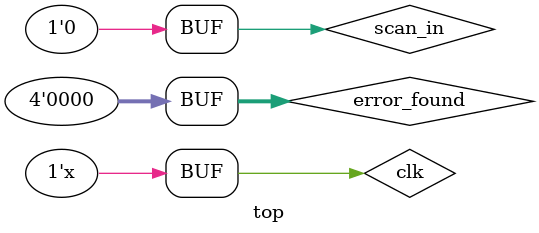
<source format=sv>

module top;
  parameter simulation_cycle = 100;
  bit  scan_in = 0;
  logic scan_out ;
   bit [0:3] error_found = 0; 
  bit clk;
  always #(simulation_cycle/2) 
    clk = ~clk;

  calc2_if calc(clk); // CALC interafce
  calc2_test   t1(calc);  // Testbench program
 // calc1_top    calc1(calc.SLAVE);  // Memory device
calc2_top D1(calc.SLAVE.out_data1, calc.SLAVE.out_data2, calc.SLAVE.out_data3, 
calc.SLAVE.out_data4, calc.SLAVE.out_resp1, calc.SLAVE.out_resp2, calc.SLAVE.out_resp3, 
calc.SLAVE.out_resp4, calc.SLAVE.out_tag1, calc.SLAVE.out_tag2, calc.SLAVE.out_tag3, 
calc.SLAVE.out_tag4, scan_out , 0, 0, calc.SLAVE.c_clk, 
calc.SLAVE.req1_cmd_in, calc.SLAVE.req1_data_in,calc.SLAVE.req1_tag_in, 
calc.SLAVE.req2_cmd_in, calc.SLAVE.req2_data_in,calc.SLAVE.req2_tag_in, 
calc.SLAVE.req3_cmd_in, calc.SLAVE.req3_data_in,calc.SLAVE.req3_tag_in, 
calc.SLAVE.req4_cmd_in, calc.SLAVE.req4_data_in,calc.SLAVE.req4_tag_in, calc.SLAVE.reset, scan_in);

endmodule  


</source>
